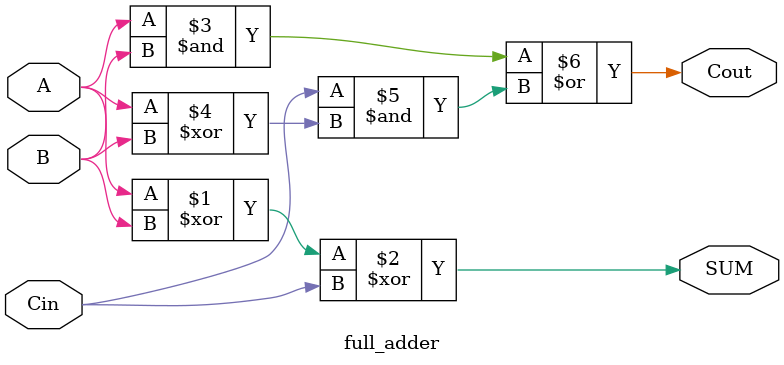
<source format=v>
`timescale 1ns / 1ps

module full_adder(
    input  wire A,
    input  wire B,
    input  wire Cin,      // Carry in
    output wire SUM,
    output wire Cout      // Carry out
);

// SUM = A ⊕ B ⊕ Cin
assign SUM = A ^ B ^ Cin;

// CARRY = (A & B) | (Cin & (A ^ B))
assign Cout = (A & B) | (Cin & (A ^ B));

endmodule

</source>
